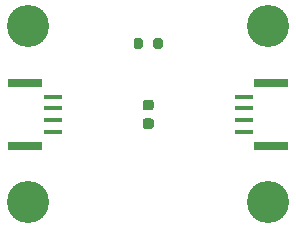
<source format=gbr>
%TF.GenerationSoftware,KiCad,Pcbnew,5.1.7-a382d34a8~87~ubuntu18.04.1*%
%TF.CreationDate,2022-01-02T15:57:33-08:00*%
%TF.ProjectId,basic_led,62617369-635f-46c6-9564-2e6b69636164,rev?*%
%TF.SameCoordinates,Original*%
%TF.FileFunction,Soldermask,Top*%
%TF.FilePolarity,Negative*%
%FSLAX46Y46*%
G04 Gerber Fmt 4.6, Leading zero omitted, Abs format (unit mm)*
G04 Created by KiCad (PCBNEW 5.1.7-a382d34a8~87~ubuntu18.04.1) date 2022-01-02 15:57:33*
%MOMM*%
%LPD*%
G01*
G04 APERTURE LIST*
%ADD10R,3.000000X0.800000*%
%ADD11R,1.600000X0.400000*%
%ADD12C,3.570000*%
G04 APERTURE END LIST*
D10*
%TO.C,J2*%
X73100000Y-57350000D03*
X73100000Y-62650000D03*
D11*
X70775000Y-58500000D03*
X70775000Y-59500000D03*
X70775000Y-60500000D03*
X70775000Y-61500000D03*
%TD*%
D10*
%TO.C,J1*%
X52300000Y-62650000D03*
X52300000Y-57350000D03*
D11*
X54625000Y-61500000D03*
X54625000Y-60500000D03*
X54625000Y-59500000D03*
X54625000Y-58500000D03*
%TD*%
D12*
%TO.C,M4*%
X52540000Y-67460000D03*
%TD*%
%TO.C,M3*%
X72860000Y-67460000D03*
%TD*%
%TO.C,M2*%
X72860000Y-52540000D03*
%TD*%
%TO.C,M1*%
X52540000Y-52540000D03*
%TD*%
%TO.C,D1*%
G36*
G01*
X62443750Y-60350000D02*
X62956250Y-60350000D01*
G75*
G02*
X63175000Y-60568750I0J-218750D01*
G01*
X63175000Y-61006250D01*
G75*
G02*
X62956250Y-61225000I-218750J0D01*
G01*
X62443750Y-61225000D01*
G75*
G02*
X62225000Y-61006250I0J218750D01*
G01*
X62225000Y-60568750D01*
G75*
G02*
X62443750Y-60350000I218750J0D01*
G01*
G37*
G36*
G01*
X62443750Y-58775000D02*
X62956250Y-58775000D01*
G75*
G02*
X63175000Y-58993750I0J-218750D01*
G01*
X63175000Y-59431250D01*
G75*
G02*
X62956250Y-59650000I-218750J0D01*
G01*
X62443750Y-59650000D01*
G75*
G02*
X62225000Y-59431250I0J218750D01*
G01*
X62225000Y-58993750D01*
G75*
G02*
X62443750Y-58775000I218750J0D01*
G01*
G37*
%TD*%
%TO.C,R1*%
G36*
G01*
X63925000Y-53725000D02*
X63925000Y-54275000D01*
G75*
G02*
X63725000Y-54475000I-200000J0D01*
G01*
X63325000Y-54475000D01*
G75*
G02*
X63125000Y-54275000I0J200000D01*
G01*
X63125000Y-53725000D01*
G75*
G02*
X63325000Y-53525000I200000J0D01*
G01*
X63725000Y-53525000D01*
G75*
G02*
X63925000Y-53725000I0J-200000D01*
G01*
G37*
G36*
G01*
X62275000Y-53725000D02*
X62275000Y-54275000D01*
G75*
G02*
X62075000Y-54475000I-200000J0D01*
G01*
X61675000Y-54475000D01*
G75*
G02*
X61475000Y-54275000I0J200000D01*
G01*
X61475000Y-53725000D01*
G75*
G02*
X61675000Y-53525000I200000J0D01*
G01*
X62075000Y-53525000D01*
G75*
G02*
X62275000Y-53725000I0J-200000D01*
G01*
G37*
%TD*%
M02*

</source>
